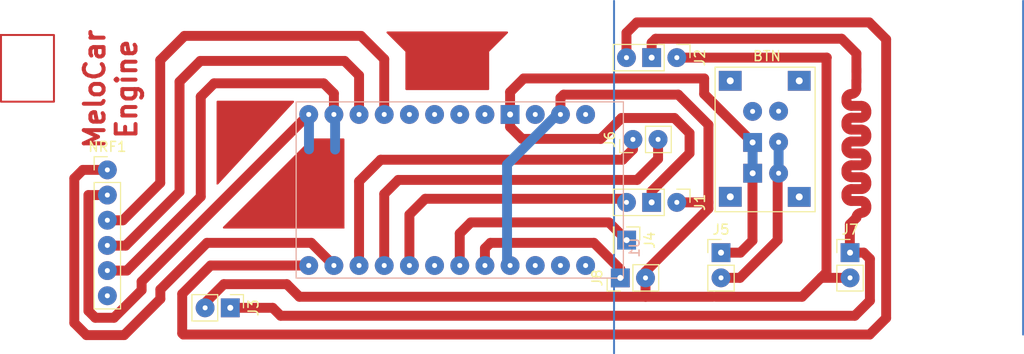
<source format=kicad_pcb>
(kicad_pcb (version 20211014) (generator pcbnew)
  (layers (0 "F.Cu" signal) (31 "B.Cu" signal) (34 "B.Paste" user) (35 "F.Paste" user) (36 "B.SilkS" user "B.Silkscreen") (37 "F.SilkS" user "F.Silkscreen") (38 "B.Mask" user) (39 "F.Mask" user) (44 "Edge.Cuts" user))
  (net 0 "")
  (net 1 "GND")
  (net 2 "+5V")
  (net 14 "Net-(J4-Pad1)")
  (net 15 "Net-(NRF1-Pad1)")
  (net 16 "Net-(NRF1-Pad2)")
  (net 17 "Net-(NRF1-Pad3)")
  (net 18 "Net-(NRF1-Pad4)")
  (net 19 "Net-(J8-Pad1)")
  (net 20 "Net-(J1-Pad3)")
  (net 21 "Net-(J2-Pad3)")
  (net 22 "Net-(NRF1-Pad5)")
  (net 23 "Net-(U1-PadJP7_3)")
  (net 24 "Net-(J6-Pad2)")
  (footprint "Connector_PinHeader_2.54mm:PinHeader_1x06_P2.54mm_Vertical" (layer "F.Cu") (at 24.437792 29.108334)
    (fp_text reference "NRF1" (at 0 -2.33) (layer "F.SilkS"))
    (fp_text value "NRF24L01")
    (fp_line (start -1.33 1.27) (end 1.33 1.27) (layer "F.SilkS") (width 0.12))
    (fp_line (start -1.33 14.03) (end 1.33 14.03) (layer "F.SilkS") (width 0.12))
    (fp_line (start -1.33 -1.33) (end 0 -1.33) (layer "F.SilkS") (width 0.12))
    (fp_line (start -1.33 1.27) (end -1.33 14.03) (layer "F.SilkS") (width 0.12))
    (fp_line (start 1.33 1.27) (end 1.33 14.03) (layer "F.SilkS") (width 0.12))
    (fp_line (start -1.33 0) (end -1.33 -1.33) (layer "F.SilkS") (width 0.12))
    (pad "1" thru_hole oval (at 0 0) (size 1.9 1.9) (drill 0.5) (layers *.Cu *.Mask) (net 15 "Net-(NRF1-Pad1)"))
    (pad "2" thru_hole oval (at 0 2.54) (size 1.9 1.9) (drill 0.5) (layers *.Cu *.Mask) (net 16 "Net-(NRF1-Pad2)"))
    (pad "3" thru_hole oval (at 0 5.08) (size 1.9 1.9) (drill 0.5) (layers *.Cu *.Mask) (net 17 "Net-(NRF1-Pad3)"))
    (pad "4" thru_hole oval (at 0 7.62) (size 1.9 1.9) (drill 0.5) (layers *.Cu *.Mask) (net 18 "Net-(NRF1-Pad4)"))
    (pad "5" thru_hole oval (at 0 10.16) (size 1.9 1.9) (drill 0.5) (layers *.Cu *.Mask) (net 22 "Net-(NRF1-Pad5)"))
    (pad "6" thru_hole oval (at 0 12.7) (size 1.9 1.9) (drill 0.5) (layers *.Cu *.Mask))
  )
  (footprint "Connector_PinHeader_2.54mm:PinHeader_1x01_P2.54mm_Vertical" (layer "F.Cu") (at 76.835 36.195 -90)
    (fp_text reference "J4" (at 0 -2.33 90) (layer "F.SilkS"))
    (fp_text value "Accel")
    (fp_line (start -1.33 1.33) (end 1.33 1.33) (layer "F.SilkS") (width 0.12))
    (fp_line (start -1.33 -1.33) (end 0 -1.33) (layer "F.SilkS") (width 0.12))
    (fp_line (start -1.33 1.27) (end 1.33 1.27) (layer "F.SilkS") (width 0.12))
    (fp_line (start -1.33 1.27) (end -1.33 1.33) (layer "F.SilkS") (width 0.12))
    (fp_line (start -1.33 0) (end -1.33 -1.33) (layer "F.SilkS") (width 0.12))
    (fp_line (start 1.33 1.27) (end 1.33 1.33) (layer "F.SilkS") (width 0.12))
    (pad "1" thru_hole rect (at 0 0 270) (size 1.9 1.9) (drill 0.6) (layers *.Cu *.Mask) (net 14 "Net-(J4-Pad1)"))
  )
  (footprint "Connector_PinHeader_2.54mm:PinHeader_1x03_P2.54mm_Vertical" (layer "F.Cu") (at 81.9 32.385 -90)
    (fp_text reference "J1" (at 0 -2.33 90) (layer "F.SilkS"))
    (fp_text value "Led (D+-)")
    (fp_line (start -1.33 1.27) (end 1.33 1.27) (layer "F.SilkS") (width 0.12))
    (fp_line (start 1.33 1.27) (end 1.33 6.41) (layer "F.SilkS") (width 0.12))
    (fp_line (start -1.33 -1.33) (end 0 -1.33) (layer "F.SilkS") (width 0.12))
    (fp_line (start -1.33 0) (end -1.33 -1.33) (layer "F.SilkS") (width 0.12))
    (fp_line (start -1.33 1.27) (end -1.33 6.41) (layer "F.SilkS") (width 0.12))
    (fp_line (start -1.33 6.41) (end 1.33 6.41) (layer "F.SilkS") (width 0.12))
    (pad "1" thru_hole oval (at 0 0 270) (size 1.9 1.9) (drill 0.5) (layers *.Cu *.Mask) (net 1 "GND"))
    (pad "2" thru_hole rect (at 0 2.54 270) (size 1.9 1.9) (drill 0.6) (layers *.Cu *.Mask) (net 2 "+5V"))
    (pad "3" thru_hole oval (at 0 5.08 270) (size 1.9 1.9) (drill 0.5) (layers *.Cu *.Mask) (net 20 "Net-(J1-Pad3)"))
  )
  (footprint "Connector_PinHeader_2.54mm:PinHeader_1x02_P2.54mm_Vertical" (layer "F.Cu") (at 77.47 26.035 90)
    (fp_text reference "J6" (at 0 -2.33 90) (layer "F.SilkS"))
    (fp_text value "MOTOR-CTRL")
    (fp_line (start 1.33 1.27) (end 1.33 3.87) (layer "F.SilkS") (width 0.12))
    (fp_line (start -1.33 1.27) (end -1.33 3.87) (layer "F.SilkS") (width 0.12))
    (fp_line (start -1.33 0) (end -1.33 -1.33) (layer "F.SilkS") (width 0.12))
    (fp_line (start -1.33 3.87) (end 1.33 3.87) (layer "F.SilkS") (width 0.12))
    (fp_line (start -1.33 -1.33) (end 0 -1.33) (layer "F.SilkS") (width 0.12))
    (fp_line (start -1.33 1.27) (end 1.33 1.27) (layer "F.SilkS") (width 0.12))
    (pad "1" thru_hole oval (at 0 0 90) (size 1.9 1.9) (drill 0.5) (layers *.Cu *.Mask) (net 23 "Net-(U1-PadJP7_3)"))
    (pad "2" thru_hole oval (at 0 2.54 90) (size 1.9 1.9) (drill 0.5) (layers *.Cu *.Mask) (net 24 "Net-(J6-Pad2)"))
  )
  (footprint "Connector_PinHeader_2.54mm:PinHeader_1x02_P2.54mm_Vertical" (layer "F.Cu") (at 86.36 37.46)
    (fp_text reference "J5" (at 0 -2.33) (layer "F.SilkS"))
    (fp_text value "Micro-Power-IN")
    (fp_line (start 1.33 1.27) (end 1.33 3.87) (layer "F.SilkS") (width 0.12))
    (fp_line (start -1.33 3.87) (end 1.33 3.87) (layer "F.SilkS") (width 0.12))
    (fp_line (start -1.33 1.27) (end 1.33 1.27) (layer "F.SilkS") (width 0.12))
    (fp_line (start -1.33 -1.33) (end 0 -1.33) (layer "F.SilkS") (width 0.12))
    (fp_line (start -1.33 0) (end -1.33 -1.33) (layer "F.SilkS") (width 0.12))
    (fp_line (start -1.33 1.27) (end -1.33 3.87) (layer "F.SilkS") (width 0.12))
    (pad "1" thru_hole rect (at 0 0) (size 1.9 1.9) (drill 0.6) (layers *.Cu *.Mask) (net 2 "+5V"))
    (pad "2" thru_hole oval (at 0 2.54) (size 1.9 1.9) (drill 0.5) (layers *.Cu *.Mask) (net 1 "GND"))
  )
  (footprint "Connector_PinHeader_2.54mm:PinHeader_1x02_P2.54mm_Vertical" (layer "F.Cu") (at 76.2 40.005 90)
    (fp_text reference "J8" (at 0 -2.33 90) (layer "F.SilkS"))
    (fp_text value "Horn (+-)")
    (fp_line (start -1.33 -1.33) (end 0 -1.33) (layer "F.SilkS") (width 0.12))
    (fp_line (start -1.33 1.27) (end 1.33 1.27) (layer "F.SilkS") (width 0.12))
    (fp_line (start -1.33 1.27) (end -1.33 3.87) (layer "F.SilkS") (width 0.12))
    (fp_line (start 1.33 1.27) (end 1.33 3.87) (layer "F.SilkS") (width 0.12))
    (fp_line (start -1.33 0) (end -1.33 -1.33) (layer "F.SilkS") (width 0.12))
    (fp_line (start -1.33 3.87) (end 1.33 3.87) (layer "F.SilkS") (width 0.12))
    (pad "1" thru_hole rect (at 0 0 90) (size 1.9 1.9) (drill 0.6) (layers *.Cu *.Mask) (net 19 "Net-(J8-Pad1)"))
    (pad "2" thru_hole oval (at 0 2.54 90) (size 1.9 1.9) (drill 0.5) (layers *.Cu *.Mask) (net 1 "GND"))
  )
  (footprint "Connector_PinHeader_2.54mm:PinHeader_1x03_P2.54mm_Vertical" (layer "F.Cu") (at 81.9 17.78 -90)
    (fp_text reference "J2" (at 0 -2.33 90) (layer "F.SilkS"))
    (fp_text value "Servo (D+-)")
    (fp_line (start -1.33 0) (end -1.33 -1.33) (layer "F.SilkS") (width 0.12))
    (fp_line (start -1.33 1.27) (end -1.33 6.41) (layer "F.SilkS") (width 0.12))
    (fp_line (start -1.33 6.41) (end 1.33 6.41) (layer "F.SilkS") (width 0.12))
    (fp_line (start 1.33 1.27) (end 1.33 6.41) (layer "F.SilkS") (width 0.12))
    (fp_line (start -1.33 -1.33) (end 0 -1.33) (layer "F.SilkS") (width 0.12))
    (fp_line (start -1.33 1.27) (end 1.33 1.27) (layer "F.SilkS") (width 0.12))
    (pad "1" thru_hole oval (at 0 0 270) (size 1.9 1.9) (drill 0.5) (layers *.Cu *.Mask) (net 1 "GND"))
    (pad "2" thru_hole rect (at 0 2.54 270) (size 1.9 1.9) (drill 0.6) (layers *.Cu *.Mask) (net 2 "+5V"))
    (pad "3" thru_hole oval (at 0 5.08 270) (size 1.9 1.9) (drill 0.5) (layers *.Cu *.Mask) (net 21 "Net-(J2-Pad3)"))
  )
  (footprint "Connector_PinHeader_2.54mm:PushButton_6_pin" (layer "F.Cu") (at 87.252 20.238)
    (fp_text reference "BTN" (at 3.74 -2.618) (layer "F.SilkS"))
    (fp_text value "Power_btn")
    (fp_line (start -1.491194 -1.496) (end 8.602 -1.496) (layer "F.SilkS") (width 0.12))
    (fp_line (start -1.491194 13.09) (end 8.602 13.09) (layer "F.SilkS") (width 0.12))
    (fp_line (start 8.602 -1.496) (end 8.602 13.09) (layer "F.SilkS") (width 0.12))
    (fp_line (start -1.491194 -1.496) (end -1.491194 13.09) (layer "F.SilkS") (width 0.12))
    (pad "" thru_hole rect (at 0.043736 11.586152) (size 2.3 2) (drill 0.7) (layers *.Cu *.Mask))
    (pad "" thru_hole rect (at 0.03893 -0.118391) (size 2.3 2) (drill 0.7) (layers *.Cu *.Mask))
    (pad "" thru_hole rect (at 7.000509 11.59419) (size 2.3 2) (drill 0.7) (layers *.Cu *.Mask))
    (pad "" thru_hole rect (at 7.000509 -0.118391) (size 2.3 2) (drill 0.7) (layers *.Cu *.Mask))
    (pad "1" thru_hole oval (at 2.294688 2.967779) (size 1.9 1.9) (drill 0.5) (layers *.Cu *.Mask))
    (pad "2" thru_hole oval (at 4.918896 2.948554) (size 1.9 1.9) (drill 0.5) (layers *.Cu *.Mask))
    (pad "3" thru_hole rect (at 2.29506 6.097205) (size 1.9 1.9) (drill 0.6) (layers *.Cu *.Mask) (net 2 "+5V"))
    (pad "4" thru_hole oval (at 4.919268 6.07798) (size 1.9 1.9) (drill 0.5) (layers *.Cu *.Mask) (net 1 "GND"))
    (pad "5" thru_hole rect (at 2.30164 9.207406) (size 1.9 1.9) (drill 0.6) (layers *.Cu *.Mask) (net 2 "+5V"))
    (pad "6" thru_hole oval (at 4.91964 9.207406) (size 1.9 1.9) (drill 0.5) (layers *.Cu *.Mask) (net 1 "GND"))
  )
  (footprint "Connector_PinHeader_2.54mm:PinHeader_1x02_P2.54mm_Vertical" (layer "F.Cu") (at 99.38 37.46)
    (fp_text reference "J7" (at 0 -2.33) (layer "F.SilkS"))
    (fp_text value "MOTOR-PWR-OUT")
    (fp_line (start 1.33 1.27) (end 1.33 3.87) (layer "F.SilkS") (width 0.12))
    (fp_line (start -1.33 1.27) (end 1.33 1.27) (layer "F.SilkS") (width 0.12))
    (fp_line (start -1.33 1.27) (end -1.33 3.87) (layer "F.SilkS") (width 0.12))
    (fp_line (start -1.33 0) (end -1.33 -1.33) (layer "F.SilkS") (width 0.12))
    (fp_line (start -1.33 3.87) (end 1.33 3.87) (layer "F.SilkS") (width 0.12))
    (fp_line (start -1.33 -1.33) (end 0 -1.33) (layer "F.SilkS") (width 0.12))
    (pad "1" thru_hole rect (at 0 0) (size 1.9 1.9) (drill 0.6) (layers *.Cu *.Mask) (net 2 "+5V"))
    (pad "2" thru_hole oval (at 0 2.54) (size 1.9 1.9) (drill 0.5) (layers *.Cu *.Mask) (net 1 "GND"))
  )
  (footprint "Connector_PinHeader_2.54mm:PinHeader_1x02_P2.54mm_Vertical" (layer "F.Cu") (at 36.842418 43.025631 -90)
    (fp_text reference "J3" (at 0 -2.33 90) (layer "F.SilkS"))
    (fp_text value "NRF_Power")
    (fp_line (start -1.33 -1.33) (end 0 -1.33) (layer "F.SilkS") (width 0.12))
    (fp_line (start 1.33 1.27) (end 1.33 3.87) (layer "F.SilkS") (width 0.12))
    (fp_line (start -1.33 1.27) (end 1.33 1.27) (layer "F.SilkS") (width 0.12))
    (fp_line (start -1.33 0) (end -1.33 -1.33) (layer "F.SilkS") (width 0.12))
    (fp_line (start -1.33 1.27) (end -1.33 3.87) (layer "F.SilkS") (width 0.12))
    (fp_line (start -1.33 3.87) (end 1.33 3.87) (layer "F.SilkS") (width 0.12))
    (pad "1" thru_hole rect (at 0 0 270) (size 1.9 1.9) (drill 0.6) (layers *.Cu *.Mask) (net 2 "+5V"))
    (pad "2" thru_hole oval (at 0 2.54 270) (size 1.9 1.9) (drill 0.5) (layers *.Cu *.Mask) (net 1 "GND"))
  )
  (footprint "Arduino pro mini:MODULE_ARDUINO_PRO_MINI" (layer "B.Cu") (at 59.996716 31.135214 90)
    (fp_text reference "U1" (at -5.825 17.635 90) (layer "B.SilkS") (effects (justify mirror)))
    (fp_text value "ARDUINO_PRO_MINI")
    (fp_line (start -8.89 16.51) (end -8.89 -16.51) (layer "B.SilkS") (width 0.127))
    (fp_line (start 8.89 -16.51) (end 8.89 16.51) (layer "B.SilkS") (width 0.127))
    (fp_line (start 8.89 16.51) (end -8.89 16.51) (layer "B.SilkS") (width 0.127))
    (fp_line (start -8.89 -16.51) (end 8.89 -16.51) (layer "B.SilkS") (width 0.127))
    (pad "JP6_1" thru_hole oval (at 7.62 12.7 90) (size 1.9 1.9) (drill 0.5) (layers *.Cu *.Mask))
    (pad "JP6_2" thru_hole oval (at 7.62 10.16 90) (size 1.9 1.9) (drill 0.5) (layers *.Cu *.Mask) (net 1 "GND"))
    (pad "JP6_3" thru_hole oval (at 7.62 7.62 90) (size 1.9 1.9) (drill 0.5) (layers *.Cu *.Mask))
    (pad "JP6_4" thru_hole rect (at 7.62 5.08 90) (size 1.9 1.9) (drill 0.6) (layers *.Cu *.Mask) (net 2 "+5V"))
    (pad "JP6_5" thru_hole oval (at 7.62 2.54 90) (size 1.9 1.9) (drill 0.5) (layers *.Cu *.Mask))
    (pad "JP6_6" thru_hole oval (at 7.62 0 90) (size 1.9 1.9) (drill 0.5) (layers *.Cu *.Mask))
    (pad "JP6_7" thru_hole oval (at 7.62 -2.54 90) (size 1.9 1.9) (drill 0.5) (layers *.Cu *.Mask))
    (pad "JP6_8" thru_hole oval (at 7.62 -5.08 90) (size 1.9 1.9) (drill 0.5) (layers *.Cu *.Mask))
    (pad "JP6_9" thru_hole oval (at 7.62 -7.62 90) (size 1.9 1.9) (drill 0.5) (layers *.Cu *.Mask) (net 17 "Net-(NRF1-Pad3)"))
    (pad "JP6_10" thru_hole oval (at 7.62 -10.16 90) (size 1.9 1.9) (drill 0.5) (layers *.Cu *.Mask) (net 18 "Net-(NRF1-Pad4)"))
    (pad "JP6_11" thru_hole oval (at 7.62 -12.7 90) (size 1.9 1.9) (drill 0.5) (layers *.Cu *.Mask) (net 22 "Net-(NRF1-Pad5)"))
    (pad "JP6_12" thru_hole oval (at 7.62 -15.24 90) (size 1.9 1.9) (drill 0.5) (layers *.Cu *.Mask) (net 16 "Net-(NRF1-Pad2)"))
    (pad "JP7_1" thru_hole oval (at -7.62 -15.24 90) (size 1.9 1.9) (drill 0.5) (layers *.Cu *.Mask) (net 21 "Net-(J2-Pad3)"))
    (pad "JP7_2" thru_hole oval (at -7.62 -12.7 90) (size 1.9 1.9) (drill 0.5) (layers *.Cu *.Mask) (net 15 "Net-(NRF1-Pad1)"))
    (pad "JP7_3" thru_hole oval (at -7.62 -10.16 90) (size 1.9 1.9) (drill 0.5) (layers *.Cu *.Mask) (net 23 "Net-(U1-PadJP7_3)"))
    (pad "JP7_4" thru_hole oval (at -7.62 -7.62 90) (size 1.9 1.9) (drill 0.5) (layers *.Cu *.Mask) (net 24 "Net-(J6-Pad2)"))
    (pad "JP7_5" thru_hole oval (at -7.62 -5.08 90) (size 1.9 1.9) (drill 0.5) (layers *.Cu *.Mask) (net 20 "Net-(J1-Pad3)"))
    (pad "JP7_6" thru_hole oval (at -7.62 -2.54 90) (size 1.9 1.9) (drill 0.5) (layers *.Cu *.Mask))
    (pad "JP7_7" thru_hole oval (at -7.62 0 90) (size 1.9 1.9) (drill 0.5) (layers *.Cu *.Mask) (net 14 "Net-(J4-Pad1)"))
    (pad "JP7_8" thru_hole oval (at -7.62 2.54 90) (size 1.9 1.9) (drill 0.5) (layers *.Cu *.Mask) (net 19 "Net-(J8-Pad1)"))
    (pad "JP7_9" thru_hole oval (at -7.62 5.08 90) (size 1.9 1.9) (drill 0.5) (layers *.Cu *.Mask) (net 1 "GND"))
    (pad "JP7_10" thru_hole oval (at -7.62 7.62 90) (size 1.9 1.9) (drill 0.5) (layers *.Cu *.Mask))
    (pad "JP7_11" thru_hole oval (at -7.62 10.16 90) (size 1.9 1.9) (drill 0.5) (layers *.Cu *.Mask))
    (pad "JP7_12" thru_hole oval (at -7.62 12.7 90) (size 1.9 1.9) (drill 0.5) (layers *.Cu *.Mask))
  )
  (gr_poly (pts (xy 35.56 30.48) (xy 35.56 22.225) (xy 43.18 22.225)) (layer "F.Cu") (width 0.2) (fill solid))
  (gr_poly (pts (xy 62.865 17.145) (xy 62.865 20.955) (xy 54.61 20.955) (xy 54.61 17.145) (xy 52.705 15.24) (xy 64.77 15.24)) (layer "F.Cu") (width 0.2) (fill solid))
  (gr_poly (pts (xy 48.26 34.925) (xy 36.195 34.925) (xy 45.085 26.035) (xy 48.26 26.035)) (layer "F.Cu") (width 0.2) (fill solid))
  (gr_rect (start 13.705263 15.495155) (end 19.05 22.225) (layer "F.Cu") (width 0.2) (fill none))
  (gr_line (start 75.565 12.065) (end 75.565 47.625) (layer "B.Cu") (width 0.2))
  (gr_line (start 116.84 12.065) (end 116.84 45.72) (layer "B.Cu") (width 0.2))
  (gr_text "MeloCar\nEngine" (at 24.765 20.955 90) (layer "F.Cu") (effects (font (size 2 2) (thickness 0.4))))
  (segment (start 88.27 40) (end 92.075 36.195) (width 1) (layer "F.Cu") (net 1))
  (segment (start 94.535482 41.91) (end 96.480241 39.965241) (width 1) (layer "F.Cu") (net 1))
  (segment (start 78.74 40.005) (end 78.74 41.91) (width 1) (layer "F.Cu") (net 1))
  (segment (start 85.806126 41.91) (end 94.535482 41.91) (width 1) (layer "F.Cu") (net 1))
  (segment (start 97.003276 17.805624) (end 97.0289 17.78) (width 1) (layer "F.Cu") (net 1))
  (segment (start 85.09 24.559588) (end 85.09 32.385) (width 1) (layer "F.Cu") (net 1))
  (segment (start 78.74 39.37) (end 78.74 40.005) (width 1) (layer "F.Cu") (net 1))
  (segment (start 70.156716 23.515214) (end 70.156716 21.841302) (width 1) (layer "F.Cu") (net 1))
  (segment (start 82.045737 21.515325) (end 85.09 24.559588) (width 1) (layer "F.Cu") (net 1))
  (segment (start 34.302418 43.025631) (end 34.302418 42.532582) (width 1) (layer "F.Cu") (net 1))
  (segment (start 96.480241 39.965241) (end 97.003276 39.442206) (width 1) (layer "F.Cu") (net 1))
  (segment (start 70.482693 21.515325) (end 82.045737 21.515325) (width 1) (layer "F.Cu") (net 1))
  (segment (start 34.302418 42.532582) (end 36.195 40.64) (width 1) (layer "F.Cu") (net 1))
  (segment (start 97.003276 39.442206) (end 97.003276 17.805624) (width 1) (layer "F.Cu") (net 1))
  (segment (start 92.075 29.542046) (end 92.17164 29.445406) (width 1) (layer "F.Cu") (net 1))
  (segment (start 96.525 40) (end 96.52 40.005) (width 1) (layer "F.Cu") (net 1))
  (segment (start 43.815 41.91) (end 78.74 41.91) (width 1) (layer "F.Cu") (net 1))
  (segment (start 92.075 36.195) (end 92.075 29.542046) (width 1) (layer "F.Cu") (net 1))
  (segment (start 85.09 32.385) (end 85.09 33.02) (width 1) (layer "F.Cu") (net 1))
  (segment (start 85.09 33.02) (end 78.74 39.37) (width 1) (layer "F.Cu") (net 1))
  (segment (start 36.195 40.64) (end 42.545 40.64) (width 1) (layer "F.Cu") (net 1))
  (segment (start 78.74 41.91) (end 85.55275 41.91) (width 1) (layer "F.Cu") (net 1))
  (segment (start 42.545 40.64) (end 43.815 41.91) (width 1) (layer "F.Cu") (net 1))
  (segment (start 81.9 32.385) (end 85.09 32.385) (width 1) (layer "F.Cu") (net 1))
  (segment (start 97.0289 17.78) (end 81.9 17.78) (width 1) (layer "F.Cu") (net 1))
  (segment (start 99.38 40) (end 96.525 40) (width 1) (layer "F.Cu") (net 1))
  (segment (start 96.515 40) (end 96.480241 39.965241) (width 1) (layer "F.Cu") (net 1))
  (segment (start 70.156716 21.841302) (end 70.482693 21.515325) (width 1) (layer "F.Cu") (net 1))
  (segment (start 86.36 40) (end 88.27 40) (width 1) (layer "F.Cu") (net 1))
  (segment (start 64.77 28.575) (end 69.85 23.495) (width 1) (layer "B.Cu") (net 1))
  (segment (start 92.17164 26.316352) (end 92.171268 26.31598) (width 1) (layer "B.Cu") (net 1))
  (segment (start 64.77 38.735) (end 64.77 28.575) (width 1) (layer "B.Cu") (net 1))
  (segment (start 92.17164 29.445406) (end 92.17164 26.316352) (width 1) (layer "B.Cu") (net 1))
  (segment (start 100.020254 17.363894) (end 98.53136 15.875) (width 1) (layer "F.Cu") (net 2))
  (segment (start 100.024305 20.21264) (end 100.024305 18.952945) (width 1) (layer "F.Cu") (net 2))
  (segment (start 99.015 24.345) (end 99.015 24.545) (width 1) (layer "F.Cu") (net 2))
  (segment (start 99.359723 37.439723) (end 99.38 37.46) (width 1) (layer "F.Cu") (net 2))
  (segment (start 100.515 31.045) (end 99.515 31.045) (width 1) (layer "F.Cu") (net 2))
  (segment (start 65.076716 23.515214) (end 65.076716 24.769016) (width 1) (layer "F.Cu") (net 2))
  (segment (start 84.658961 19.881106) (end 84.658961 21.447106) (width 1) (layer "F.Cu") (net 2))
  (segment (start 81.65696 23.87196) (end 83.185 25.4) (width 1) (layer "F.Cu") (net 2))
  (segment (start 99.015 29.145) (end 99.015 29.345) (width 1) (layer "F.Cu") (net 2))
  (segment (start 100.015 33.945) (end 99.359723 34.600277) (width 1) (layer "F.Cu") (net 2))
  (segment (start 99.515 32.245) (end 100.515 32.245) (width 1) (layer "F.Cu") (net 2))
  (segment (start 83.185 25.4) (end 83.185 27.429305) (width 1) (layer "F.Cu") (net 2))
  (segment (start 100.015 20.047872) (end 100.015 20.945) (width 1) (layer "F.Cu") (net 2))
  (segment (start 79.766136 15.875) (end 79.36 16.281136) (width 1) (layer "F.Cu") (net 2))
  (segment (start 100.020254 19.250797) (end 100.020254 17.363894) (width 1) (layer "F.Cu") (net 2))
  (segment (start 101.015 27.945) (end 101.015 28.145) (width 1) (layer "F.Cu") (net 2))
  (segment (start 99.015 21.945) (end 99.015 22.145) (width 1) (layer "F.Cu") (net 2))
  (segment (start 89.535 29.464046) (end 89.55364 29.445406) (width 1) (layer "F.Cu") (net 2))
  (segment (start 98.53136 15.875) (end 79.766136 15.875) (width 1) (layer "F.Cu") (net 2))
  (segment (start 99.015 31.545) (end 99.015 31.745) (width 1) (layer "F.Cu") (net 2))
  (segment (start 100.515 26.245) (end 99.515 26.245) (width 1) (layer "F.Cu") (net 2))
  (segment (start 101.384283 42.302211) (end 101.384283 38.085927) (width 1) (layer "F.Cu") (net 2))
  (segment (start 99.515 29.845) (end 100.515 29.845) (width 1) (layer "F.Cu") (net 2))
  (segment (start 65.076716 23.515214) (end 65.076716 21.258754) (width 1) (layer "F.Cu") (net 2))
  (segment (start 99.515 22.645) (end 100.515 22.645) (width 1) (layer "F.Cu") (net 2))
  (segment (start 99.515 25.045) (end 100.515 25.045) (width 1) (layer "F.Cu") (net 2))
  (segment (start 36.842418 43.025631) (end 41.120631 43.025631) (width 1) (layer "F.Cu") (net 2))
  (segment (start 101.015 30.345) (end 101.015 30.545) (width 1) (layer "F.Cu") (net 2))
  (segment (start 100.515 28.645) (end 99.515 28.645) (width 1) (layer "F.Cu") (net 2))
  (segment (start 66.454364 19.881106) (end 84.658961 19.881106) (width 1) (layer "F.Cu") (net 2))
  (segment (start 101.384283 38.085927) (end 100.758356 37.46) (width 1) (layer "F.Cu") (net 2))
  (segment (start 101.015 32.745) (end 101.015 32.945) (width 1) (layer "F.Cu") (net 2))
  (segment (start 101.015 23.145) (end 101.015 23.345) (width 1) (layer "F.Cu") (net 2))
  (segment (start 89.535 36.235) (end 89.535 29.464046) (width 1) (layer "F.Cu") (net 2))
  (segment (start 100.515 23.845) (end 99.515 23.845) (width 1) (layer "F.Cu") (net 2))
  (segment (start 65.076716 24.769016) (end 66.286481 25.978781) (width 1) (layer "F.Cu") (net 2))
  (segment (start 65.076716 21.258754) (end 66.454364 19.881106) (width 1) (layer "F.Cu") (net 2))
  (segment (start 99.015 26.745) (end 99.015 26.945) (width 1) (layer "F.Cu") (net 2))
  (segment (start 41.921994 43.826994) (end 99.8595 43.826994) (width 1) (layer "F.Cu") (net 2))
  (segment (start 84.658961 21.447106) (end 89.54706 26.335205) (width 1) (layer "F.Cu") (net 2))
  (segment (start 79.36 31.254305) (end 79.36 32.385) (width 1) (layer "F.Cu") (net 2))
  (segment (start 99.515 27.445) (end 100.515 27.445) (width 1) (layer "F.Cu") (net 2))
  (segment (start 86.36 37.46) (end 88.31 37.46) (width 1) (layer "F.Cu") (net 2))
  (segment (start 79.36 16.281136) (end 79.36 17.78) (width 1) (layer "F.Cu") (net 2))
  (segment (start 66.286481 25.978781) (end 74.218135 25.978781) (width 1) (layer "F.Cu") (net 2))
  (segment (start 74.218135 25.978781) (end 76.324956 23.87196) (width 1) (layer "F.Cu") (net 2))
  (segment (start 41.120631 43.025631) (end 41.921994 43.826994) (width 1) (layer "F.Cu") (net 2))
  (segment (start 101.015 25.545) (end 101.015 25.745) (width 1) (layer "F.Cu") (net 2))
  (segment (start 100.758356 37.46) (end 99.38 37.46) (width 1) (layer "F.Cu") (net 2))
  (segment (start 99.359723 34.600277) (end 99.359723 37.439723) (width 1) (layer "F.Cu") (net 2))
  (segment (start 83.185 27.429305) (end 79.36 31.254305) (width 1) (layer "F.Cu") (net 2))
  (segment (start 99.8595 43.826994) (end 101.384283 42.302211) (width 1) (layer "F.Cu") (net 2))
  (segment (start 76.324956 23.87196) (end 81.65696 23.87196) (width 1) (layer "F.Cu") (net 2))
  (segment (start 88.31 37.46) (end 89.535 36.235) (width 1) (layer "F.Cu") (net 2))
  (arc (start 100.515 22.645) (mid 100.868553 22.791447) (end 101.015 23.145) (width 1) (layer "F.Cu") (net 2))
  (arc (start 99.515 23.845) (mid 99.161447 23.991447) (end 99.015 24.345) (width 1) (layer "F.Cu") (net 2))
  (arc (start 100.515 33.445) (mid 100.161447 33.591447) (end 100.015 33.945) (width 1) (layer "F.Cu") (net 2))
  (arc (start 100.515 27.445) (mid 100.868553 27.591447) (end 101.015 27.945) (width 1) (layer "F.Cu") (net 2))
  (arc (start 100.515 32.245) (mid 100.868553 32.391447) (end 101.015 32.745) (width 1) (layer "F.Cu") (net 2))
  (arc (start 100.515 25.045) (mid 100.868553 25.191447) (end 101.015 25.545) (width 1) (layer "F.Cu") (net 2))
  (arc (start 101.015 30.545) (mid 100.868553 30.898553) (end 100.515 31.045) (width 1) (layer "F.Cu") (net 2))
  (arc (start 99.515 26.245) (mid 99.161447 26.391447) (end 99.015 26.745) (width 1) (layer "F.Cu") (net 2))
  (arc (start 100.015 20.945) (mid 99.868553 21.298553) (end 99.515 21.445) (width 1) (layer "F.Cu") (net 2))
  (arc (start 99.015 29.345) (mid 99.161447 29.698553) (end 99.515 29.845) (width 1) (layer "F.Cu") (net 2))
  (arc (start 99.015 31.745) (mid 99.161447 32.098553) (end 99.515 32.245) (width 1) (layer "F.Cu") (net 2))
  (arc (start 99.015 24.545) (mid 99.161447 24.898553) (end 99.515 25.045) (width 1) (layer "F.Cu") (net 2))
  (arc (start 101.015 28.145) (mid 100.868553 28.498553) (end 100.515 28.645) (width 1) (layer "F.Cu") (net 2))
  (arc (start 101.015 32.945) (mid 100.868553 33.298553) (end 100.515 33.445) (width 1) (layer "F.Cu") (net 2))
  (arc (start 99.515 21.445) (mid 99.161447 21.591447) (end 99.015 21.945) (width 1) (layer "F.Cu") (net 2))
  (arc (start 99.515 28.645) (mid 99.161447 28.791447) (end 99.015 29.145) (width 1) (layer "F.Cu") (net 2))
  (arc (start 99.015 26.945) (mid 99.161447 27.298553) (end 99.515 27.445) (width 1) (layer "F.Cu") (net 2))
  (arc (start 99.015 22.145) (mid 99.161447 22.498553) (end 99.515 22.645) (width 1) (layer "F.Cu") (net 2))
  (arc (start 100.515 29.845) (mid 100.868553 29.991447) (end 101.015 30.345) (width 1) (layer "F.Cu") (net 2))
  (arc (start 99.515 31.045) (mid 99.161447 31.191447) (end 99.015 31.545) (width 1) (layer "F.Cu") (net 2))
  (arc (start 101.015 25.745) (mid 100.868553 26.098553) (end 100.515 26.245) (width 1) (layer "F.Cu") (net 2))
  (arc (start 101.015 23.345) (mid 100.868553 23.698553) (end 100.515 23.845) (width 1) (layer "F.Cu") (net 2))
  (segment (start 89.54706 29.438826) (end 89.55364 29.445406) (width 1) (layer "B.Cu") (net 2))
  (segment (start 89.54706 26.335205) (end 89.54706 29.438826) (width 1) (layer "B.Cu") (net 2))
  (segment (start 59.996716 35.527498) (end 61.117512 34.406702) (width 1) (layer "F.Cu") (net 14))
  (segment (start 75.046702 34.406702) (end 76.835 36.195) (width 1) (layer "F.Cu") (net 14))
  (segment (start 61.117512 34.406702) (end 75.046702 34.406702) (width 1) (layer "F.Cu") (net 14))
  (segment (start 59.996716 38.755214) (end 59.996716 35.527498) (width 1) (layer "F.Cu") (net 14))
  (segment (start 34.490464 36.469214) (end 29.783933 41.175745) (width 1) (layer "F.Cu") (net 15))
  (segment (start 21.102449 44.547121) (end 21.102449 29.971765) (width 1) (layer "F.Cu") (net 15))
  (segment (start 22.334205 45.778877) (end 21.102449 44.547121) (width 1) (layer "F.Cu") (net 15))
  (segment (start 45.010716 36.469214) (end 34.490464 36.469214) (width 1) (layer "F.Cu") (net 15))
  (segment (start 29.783933 42.125957) (end 26.131013 45.778877) (width 1) (layer "F.Cu") (net 15))
  (segment (start 21.96588 29.108334) (end 24.437792 29.108334) (width 1) (layer "F.Cu") (net 15))
  (segment (start 47.296716 38.755214) (end 45.010716 36.469214) (width 1) (layer "F.Cu") (net 15))
  (segment (start 29.783933 41.175745) (end 29.783933 42.125957) (width 1) (layer "F.Cu") (net 15))
  (segment (start 21.102449 29.971765) (end 21.96588 29.108334) (width 1) (layer "F.Cu") (net 15))
  (segment (start 26.131013 45.778877) (end 22.334205 45.778877) (width 1) (layer "F.Cu") (net 15))
  (segment (start 22.527723 31.648334) (end 22.527723 43.335481) (width 1) (layer "F.Cu") (net 16))
  (segment (start 25.104468 44.029325) (end 27.895591 41.238202) (width 1) (layer "F.Cu") (net 16))
  (segment (start 24.437792 31.648334) (end 22.527723 31.648334) (width 1) (layer "F.Cu") (net 16))
  (segment (start 27.895591 40.376339) (end 44.74545 23.52648) (width 1) (layer "F.Cu") (net 16))
  (segment (start 22.527723 43.335481) (end 23.221567 44.029325) (width 1) (layer "F.Cu") (net 16))
  (segment (start 27.895591 41.238202) (end 27.895591 40.376339) (width 1) (layer "F.Cu") (net 16))
  (segment (start 23.221567 44.029325) (end 25.104468 44.029325) (width 1) (layer "F.Cu") (net 16))
  (segment (start 44.782277 23.951045) (end 44.782277 27.030546) (width 1) (layer "B.Cu") (net 16))
  (segment (start 52.376716 23.515214) (end 52.376716 17.931444) (width 1) (layer "F.Cu") (net 17))
  (segment (start 29.772414 30.427024) (end 26.004642 34.194796) (width 1) (layer "F.Cu") (net 17))
  (segment (start 52.376716 17.931444) (end 50.032298 15.587026) (width 1) (layer "F.Cu") (net 17))
  (segment (start 26.004642 34.194796) (end 24.444254 34.194796) (width 1) (layer "F.Cu") (net 17))
  (segment (start 29.772414 18.036886) (end 29.772414 30.427024) (width 1) (layer "F.Cu") (net 17))
  (segment (start 50.032298 15.587026) (end 32.222274 15.587026) (width 1) (layer "F.Cu") (net 17))
  (segment (start 32.222274 15.587026) (end 29.772414 18.036886) (width 1) (layer "F.Cu") (net 17))
  (segment (start 31.721718 31.313146) (end 26.281347 36.753517) (width 1) (layer "F.Cu") (net 18))
  (segment (start 26.281347 36.753517) (end 24.462975 36.753517) (width 1) (layer "F.Cu") (net 18))
  (segment (start 49.836716 19.578129) (end 48.370915 18.112328) (width 1) (layer "F.Cu") (net 18))
  (segment (start 49.836716 23.515214) (end 49.836716 19.578129) (width 1) (layer "F.Cu") (net 18))
  (segment (start 48.370915 18.112328) (end 33.817202 18.112328) (width 1) (layer "F.Cu") (net 18))
  (segment (start 33.817202 18.112328) (end 31.721718 20.207812) (width 1) (layer "F.Cu") (net 18))
  (segment (start 31.721718 20.207812) (end 31.721718 31.313146) (width 1) (layer "F.Cu") (net 18))
  (segment (start 76.2 39.133825) (end 76.2 40.005) (width 1) (layer "F.Cu") (net 19))
  (segment (start 62.536716 37.028871) (end 63.096373 36.469214) (width 1) (layer "F.Cu") (net 19))
  (segment (start 73.535389 36.469214) (end 76.2 39.133825) (width 1) (layer "F.Cu") (net 19))
  (segment (start 63.096373 36.469214) (end 73.535389 36.469214) (width 1) (layer "F.Cu") (net 19))
  (segment (start 62.536716 38.755214) (end 62.536716 37.028871) (width 1) (layer "F.Cu") (net 19))
  (segment (start 76.82 32.385) (end 76.459214 32.024214) (width 1) (layer "F.Cu") (net 20))
  (segment (start 54.916716 33.622498) (end 54.916716 38.755214) (width 1) (layer "F.Cu") (net 20))
  (segment (start 56.515 32.024214) (end 54.916716 33.622498) (width 1) (layer "F.Cu") (net 20))
  (segment (start 76.459214 32.024214) (end 56.515 32.024214) (width 1) (layer "F.Cu") (net 20))
  (segment (start 31.99085 45.600064) (end 32.110786 45.72) (width 1) (layer "F.Cu") (net 21))
  (segment (start 44.756716 38.755214) (end 34.859103 38.755214) (width 1) (layer "F.Cu") (net 21))
  (segment (start 34.859103 38.755214) (end 31.99085 41.623467) (width 1) (layer "F.Cu") (net 21))
  (segment (start 101.359134 45.72) (end 103.021723 44.057411) (width 1) (layer "F.Cu") (net 21))
  (segment (start 31.99085 41.623467) (end 31.99085 45.600064) (width 1) (layer "F.Cu") (net 21))
  (segment (start 101.314148 14.225785) (end 77.868903 14.225785) (width 1) (layer "F.Cu") (net 21))
  (segment (start 103.021723 44.057411) (end 103.021723 15.93336) (width 1) (layer "F.Cu") (net 21))
  (segment (start 32.110786 45.72) (end 101.359134 45.72) (width 1) (layer "F.Cu") (net 21))
  (segment (start 103.021723 15.93336) (end 101.314148 14.225785) (width 1) (layer "F.Cu") (net 21))
  (segment (start 77.868903 14.225785) (end 76.82 15.274688) (width 1) (layer "F.Cu") (net 21))
  (segment (start 76.82 15.274688) (end 76.82 17.78) (width 1) (layer "F.Cu") (net 21))
  (segment (start 46.266497 20.371809) (end 35.212764 20.371809) (width 1) (layer "F.Cu") (net 22))
  (segment (start 47.296716 21.402028) (end 46.266497 20.371809) (width 1) (layer "F.Cu") (net 22))
  (segment (start 47.296716 23.515214) (end 47.296716 21.402028) (width 1) (layer "F.Cu") (net 22))
  (segment (start 26.402591 39.268334) (end 24.437792 39.268334) (width 1) (layer "F.Cu") (net 22))
  (segment (start 35.212764 20.371809) (end 33.863208 21.721365) (width 1) (layer "F.Cu") (net 22))
  (segment (start 33.863208 31.807717) (end 26.402591 39.268334) (width 1) (layer "F.Cu") (net 22))
  (segment (start 33.863208 21.721365) (end 33.863208 31.807717) (width 1) (layer "F.Cu") (net 22))
  (segment (start 47.418545 23.91976) (end 47.418545 27.048814) (width 1) (layer "B.Cu") (net 22))
  (segment (start 52.017522 28.083471) (end 76.432246 28.083471) (width 1) (layer "F.Cu") (net 23))
  (segment (start 76.432246 28.083471) (end 77.47 27.045717) (width 1) (layer "F.Cu") (net 23))
  (segment (start 49.836716 38.755214) (end 49.836716 30.264277) (width 1) (layer "F.Cu") (net 23))
  (segment (start 77.47 27.045717) (end 77.47 26.035) (width 1) (layer "F.Cu") (net 23))
  (segment (start 49.836716 30.264277) (end 52.017522 28.083471) (width 1) (layer "F.Cu") (net 23))
  (segment (start 53.796478 30.119214) (end 77.893732 30.119214) (width 1) (layer "F.Cu") (net 24))
  (segment (start 52.376716 38.755214) (end 52.376716 31.538976) (width 1) (layer "F.Cu") (net 24))
  (segment (start 80.01 28.002946) (end 80.01 26.035) (width 1) (layer "F.Cu") (net 24))
  (segment (start 52.376716 31.538976) (end 53.796478 30.119214) (width 1) (layer "F.Cu") (net 24))
  (segment (start 77.893732 30.119214) (end 80.01 28.002946) (width 1) (layer "F.Cu") (net 24))
)
</source>
